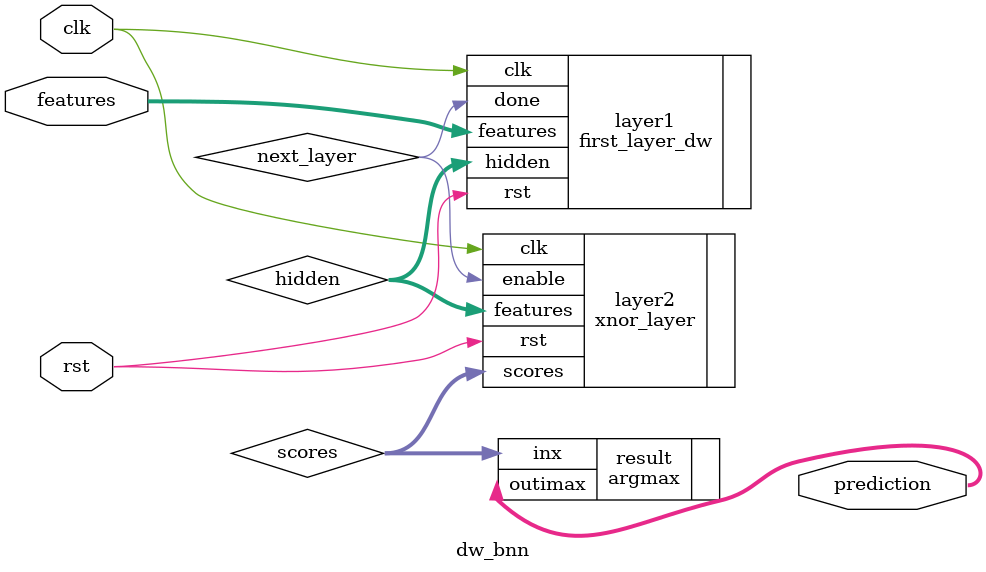
<source format=v>
module dw_bnn #(
  parameter FEAT_CNT = 4,
  parameter FEAT_BITS = 4,
  parameter HIDDEN_CNT = 4,
  parameter CLASS_CNT = 4,
  parameter Weights0 = 0,
  parameter Weights1 = 0,
  parameter WIDTHS = 0
  ) (
  input clk,
  input rst,
  input [FEAT_CNT*FEAT_BITS-1:0] features,
  output [$clog2(CLASS_CNT)-1:0] prediction
  );
  
  localparam SUM_BITS = $clog2(HIDDEN_CNT+1);
  wire [HIDDEN_CNT-1:0] hidden;
  wire next_layer;
  wire [SUM_BITS*CLASS_CNT-1:0] scores;

  first_layer_dw #(.FEAT_CNT(FEAT_CNT),.FEAT_BITS(FEAT_BITS),.HIDDEN_CNT(HIDDEN_CNT),.Weights(Weights0),.WIDTHS(WIDTHS)) layer1 (
    .clk(clk),
    .rst(rst),
    .features(features),
    .hidden(hidden),
    .done(next_layer)
  );

 xnor_layer #(.HIDDEN_CNT(HIDDEN_CNT),.CLASS_CNT(CLASS_CNT),.Weights(Weights1)) layer2 (
    .clk(clk),
    .rst(rst),
    .enable(next_layer),
    .features(hidden),
    .scores(scores)
 );
  
  argmax #(.SIZE(CLASS_CNT),.INDEX_BITS($clog2(CLASS_CNT)),.BITS(SUM_BITS)) result (
     .inx(scores),
     .outimax(prediction)
  );

endmodule

</source>
